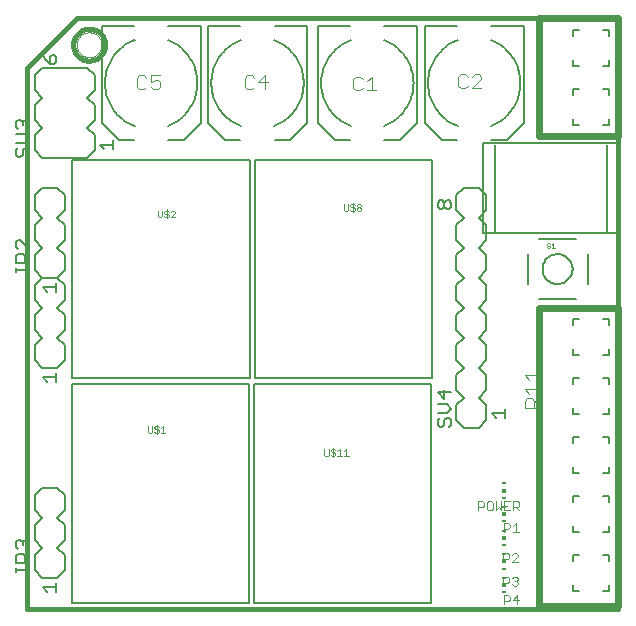
<source format=gto>
G75*
%MOIN*%
%OFA0B0*%
%FSLAX24Y24*%
%IPPOS*%
%LPD*%
%AMOC8*
5,1,8,0,0,1.08239X$1,22.5*
%
%ADD10C,0.0160*%
%ADD11C,0.0240*%
%ADD12C,0.0000*%
%ADD13C,0.0060*%
%ADD14R,0.0118X0.0059*%
%ADD15R,0.0118X0.0118*%
%ADD16C,0.0030*%
%ADD17C,0.0080*%
%ADD18C,0.0020*%
%ADD19C,0.0050*%
%ADD20C,0.0040*%
%ADD21C,0.0010*%
D10*
X002027Y000180D02*
X021712Y000180D01*
X021712Y019865D01*
X003681Y019865D01*
X002027Y018211D01*
X002027Y000180D01*
X004390Y000180D02*
X016201Y000180D01*
X003563Y018979D02*
X003565Y019025D01*
X003571Y019070D01*
X003581Y019115D01*
X003594Y019158D01*
X003611Y019201D01*
X003632Y019241D01*
X003656Y019280D01*
X003684Y019316D01*
X003715Y019350D01*
X003748Y019382D01*
X003784Y019410D01*
X003822Y019435D01*
X003862Y019457D01*
X003904Y019475D01*
X003947Y019489D01*
X003992Y019500D01*
X004037Y019507D01*
X004083Y019510D01*
X004128Y019509D01*
X004174Y019504D01*
X004219Y019495D01*
X004262Y019483D01*
X004305Y019466D01*
X004346Y019446D01*
X004385Y019423D01*
X004423Y019396D01*
X004457Y019366D01*
X004489Y019334D01*
X004518Y019298D01*
X004544Y019261D01*
X004567Y019221D01*
X004586Y019180D01*
X004601Y019137D01*
X004613Y019092D01*
X004621Y019047D01*
X004625Y019002D01*
X004625Y018956D01*
X004621Y018911D01*
X004613Y018866D01*
X004601Y018821D01*
X004586Y018778D01*
X004567Y018737D01*
X004544Y018697D01*
X004518Y018660D01*
X004489Y018624D01*
X004457Y018592D01*
X004423Y018562D01*
X004385Y018535D01*
X004346Y018512D01*
X004305Y018492D01*
X004262Y018475D01*
X004219Y018463D01*
X004174Y018454D01*
X004128Y018449D01*
X004083Y018448D01*
X004037Y018451D01*
X003992Y018458D01*
X003947Y018469D01*
X003904Y018483D01*
X003862Y018501D01*
X003822Y018523D01*
X003784Y018548D01*
X003748Y018576D01*
X003715Y018608D01*
X003684Y018642D01*
X003656Y018678D01*
X003632Y018717D01*
X003611Y018757D01*
X003594Y018800D01*
X003581Y018843D01*
X003571Y018888D01*
X003565Y018933D01*
X003563Y018979D01*
D11*
X019075Y019865D02*
X019075Y015928D01*
X021712Y015928D01*
X021712Y019865D01*
X019075Y019865D01*
X019075Y010219D02*
X021712Y010219D01*
X021712Y000278D01*
X019075Y000278D01*
X019075Y010219D01*
D12*
X003681Y018979D02*
X003683Y019019D01*
X003689Y019060D01*
X003699Y019099D01*
X003712Y019137D01*
X003730Y019174D01*
X003751Y019208D01*
X003775Y019241D01*
X003802Y019271D01*
X003832Y019298D01*
X003865Y019322D01*
X003899Y019343D01*
X003936Y019361D01*
X003974Y019374D01*
X004013Y019384D01*
X004054Y019390D01*
X004094Y019392D01*
X004134Y019390D01*
X004175Y019384D01*
X004214Y019374D01*
X004252Y019361D01*
X004289Y019343D01*
X004323Y019322D01*
X004356Y019298D01*
X004386Y019271D01*
X004413Y019241D01*
X004437Y019208D01*
X004458Y019174D01*
X004476Y019137D01*
X004489Y019099D01*
X004499Y019060D01*
X004505Y019019D01*
X004507Y018979D01*
X004505Y018939D01*
X004499Y018898D01*
X004489Y018859D01*
X004476Y018821D01*
X004458Y018784D01*
X004437Y018750D01*
X004413Y018717D01*
X004386Y018687D01*
X004356Y018660D01*
X004323Y018636D01*
X004289Y018615D01*
X004252Y018597D01*
X004214Y018584D01*
X004175Y018574D01*
X004134Y018568D01*
X004094Y018566D01*
X004054Y018568D01*
X004013Y018574D01*
X003974Y018584D01*
X003936Y018597D01*
X003899Y018615D01*
X003865Y018636D01*
X003832Y018660D01*
X003802Y018687D01*
X003775Y018717D01*
X003751Y018750D01*
X003730Y018784D01*
X003712Y018821D01*
X003699Y018859D01*
X003689Y018898D01*
X003683Y018939D01*
X003681Y018979D01*
D13*
X004027Y018215D02*
X004277Y017965D01*
X004277Y017465D01*
X004027Y017215D01*
X004277Y016965D01*
X004277Y016465D01*
X004027Y016215D01*
X004277Y015965D01*
X004277Y015465D01*
X004027Y015215D01*
X002527Y015215D01*
X002277Y015465D01*
X002277Y015965D01*
X002527Y016215D01*
X002277Y016465D01*
X002277Y016965D01*
X002527Y017215D01*
X002277Y017465D01*
X002277Y017965D01*
X002527Y018215D01*
X004027Y018215D01*
X003027Y014215D02*
X002527Y014215D01*
X002277Y013965D01*
X002277Y013465D01*
X002527Y013215D01*
X002277Y012965D01*
X002277Y012465D01*
X002527Y012215D01*
X002277Y011965D01*
X002277Y011465D01*
X002527Y011215D01*
X003027Y011215D01*
X003277Y011465D01*
X003277Y011965D01*
X003027Y012215D01*
X003277Y012465D01*
X003277Y012965D01*
X003027Y013215D01*
X003277Y013465D01*
X003277Y013965D01*
X003027Y014215D01*
X003027Y011215D02*
X002527Y011215D01*
X002277Y010965D01*
X002277Y010465D01*
X002527Y010215D01*
X002277Y009965D01*
X002277Y009465D01*
X002527Y009215D01*
X002277Y008965D01*
X002277Y008465D01*
X002527Y008215D01*
X003027Y008215D01*
X003277Y008465D01*
X003277Y008965D01*
X003027Y009215D01*
X003277Y009465D01*
X003277Y009965D01*
X003027Y010215D01*
X003277Y010465D01*
X003277Y010965D01*
X003027Y011215D01*
X003027Y004215D02*
X002527Y004215D01*
X002277Y003965D01*
X002277Y003465D01*
X002527Y003215D01*
X002277Y002965D01*
X002277Y002465D01*
X002527Y002215D01*
X002277Y001965D01*
X002277Y001465D01*
X002527Y001215D01*
X003027Y001215D01*
X003277Y001465D01*
X003277Y001965D01*
X003027Y002215D01*
X003277Y002465D01*
X003277Y002965D01*
X003027Y003215D01*
X003277Y003465D01*
X003277Y003965D01*
X003027Y004215D01*
X016331Y006465D02*
X016581Y006215D01*
X017081Y006215D01*
X017331Y006465D01*
X017331Y006965D01*
X017081Y007215D01*
X017331Y007465D01*
X017331Y007965D01*
X017081Y008215D01*
X017331Y008465D01*
X017331Y008965D01*
X017081Y009215D01*
X017331Y009465D01*
X017331Y009965D01*
X017081Y010215D01*
X017331Y010465D01*
X017331Y010965D01*
X017081Y011215D01*
X017331Y011465D01*
X017331Y011965D01*
X017081Y012215D01*
X017331Y012465D01*
X017331Y012965D01*
X017081Y013215D01*
X017331Y013465D01*
X017331Y013965D01*
X017081Y014215D01*
X016581Y014215D01*
X016331Y013965D01*
X016331Y013465D01*
X016581Y013215D01*
X016331Y012965D01*
X016331Y012465D01*
X016581Y012215D01*
X016331Y011965D01*
X016331Y011465D01*
X016581Y011215D01*
X016331Y010965D01*
X016331Y010465D01*
X016581Y010215D01*
X016331Y009965D01*
X016331Y009465D01*
X016581Y009215D01*
X016331Y008965D01*
X016331Y008465D01*
X016581Y008215D01*
X016331Y007965D01*
X016331Y007465D01*
X016581Y007215D01*
X016331Y006965D01*
X016331Y006465D01*
X020207Y006667D02*
X020207Y006867D01*
X020207Y006667D02*
X020407Y006667D01*
X020407Y005898D02*
X020207Y005898D01*
X020207Y005698D01*
X020207Y004898D02*
X020207Y004698D01*
X020407Y004698D01*
X020407Y003930D02*
X020207Y003930D01*
X020207Y003730D01*
X020207Y002930D02*
X020207Y002730D01*
X020407Y002730D01*
X020407Y001961D02*
X020207Y001961D01*
X020207Y001761D01*
X020207Y000961D02*
X020207Y000761D01*
X020407Y000761D01*
X021207Y000761D02*
X021407Y000761D01*
X021407Y000961D01*
X021407Y001761D02*
X021407Y001961D01*
X021207Y001961D01*
X021207Y002730D02*
X021407Y002730D01*
X021407Y002930D01*
X021407Y003730D02*
X021407Y003930D01*
X021207Y003930D01*
X021207Y004698D02*
X021407Y004698D01*
X021407Y004898D01*
X021407Y005698D02*
X021407Y005898D01*
X021207Y005898D01*
X021207Y006667D02*
X021407Y006667D01*
X021407Y006867D01*
X021407Y007667D02*
X021407Y007867D01*
X021207Y007867D01*
X021207Y008635D02*
X021407Y008635D01*
X021407Y008835D01*
X021407Y009635D02*
X021407Y009835D01*
X021207Y009835D01*
X020407Y009835D02*
X020207Y009835D01*
X020207Y009635D01*
X020207Y008835D02*
X020207Y008635D01*
X020407Y008635D01*
X020407Y007867D02*
X020207Y007867D01*
X020207Y007667D01*
X020207Y016312D02*
X020207Y016512D01*
X020207Y016312D02*
X020407Y016312D01*
X021207Y016312D02*
X021407Y016312D01*
X021407Y016512D01*
X021407Y017312D02*
X021407Y017512D01*
X021207Y017512D01*
X021207Y018281D02*
X021407Y018281D01*
X021407Y018481D01*
X021407Y019281D02*
X021407Y019481D01*
X021207Y019481D01*
X020407Y019481D02*
X020207Y019481D01*
X020207Y019281D01*
X020207Y018481D02*
X020207Y018281D01*
X020407Y018281D01*
X020407Y017512D02*
X020207Y017512D01*
X020207Y017312D01*
D14*
X017913Y004353D03*
X017913Y003881D03*
X017913Y003566D03*
X017913Y003093D03*
X017913Y002778D03*
X017913Y002306D03*
X017913Y001991D03*
X017913Y001519D03*
X017913Y001204D03*
X017913Y000731D03*
D15*
X017913Y000967D03*
X017913Y001755D03*
X017913Y002542D03*
X017913Y003330D03*
X017913Y004117D03*
D16*
X017937Y003760D02*
X017937Y003469D01*
X018131Y003469D01*
X018232Y003469D02*
X018232Y003760D01*
X018377Y003760D01*
X018426Y003711D01*
X018426Y003615D01*
X018377Y003566D01*
X018232Y003566D01*
X018329Y003566D02*
X018426Y003469D01*
X018131Y003760D02*
X017937Y003760D01*
X017836Y003760D02*
X017836Y003469D01*
X017740Y003566D01*
X017643Y003469D01*
X017643Y003760D01*
X017542Y003711D02*
X017493Y003760D01*
X017396Y003760D01*
X017348Y003711D01*
X017348Y003518D01*
X017396Y003469D01*
X017493Y003469D01*
X017542Y003518D01*
X017542Y003711D01*
X017937Y003615D02*
X018034Y003615D01*
X018063Y003031D02*
X017918Y003031D01*
X017918Y002741D01*
X017918Y002838D02*
X018063Y002838D01*
X018111Y002886D01*
X018111Y002983D01*
X018063Y003031D01*
X018212Y002935D02*
X018309Y003031D01*
X018309Y002741D01*
X018212Y002741D02*
X018406Y002741D01*
X018338Y002027D02*
X018241Y002027D01*
X018193Y001979D01*
X018092Y001979D02*
X018043Y002027D01*
X017898Y002027D01*
X017898Y001737D01*
X017898Y001834D02*
X018043Y001834D01*
X018092Y001882D01*
X018092Y001979D01*
X018338Y002027D02*
X018386Y001979D01*
X018386Y001931D01*
X018193Y001737D01*
X018386Y001737D01*
X018338Y001240D02*
X018386Y001192D01*
X018386Y001143D01*
X018338Y001095D01*
X018386Y001047D01*
X018386Y000998D01*
X018338Y000950D01*
X018241Y000950D01*
X018193Y000998D01*
X018289Y001095D02*
X018338Y001095D01*
X018338Y001240D02*
X018241Y001240D01*
X018193Y001192D01*
X018092Y001192D02*
X018043Y001240D01*
X017898Y001240D01*
X017898Y000950D01*
X017898Y001047D02*
X018043Y001047D01*
X018092Y001095D01*
X018092Y001192D01*
X018063Y000630D02*
X017918Y000630D01*
X017918Y000340D01*
X017918Y000436D02*
X018063Y000436D01*
X018111Y000485D01*
X018111Y000581D01*
X018063Y000630D01*
X018212Y000485D02*
X018406Y000485D01*
X018357Y000630D02*
X018212Y000485D01*
X018357Y000340D02*
X018357Y000630D01*
X017053Y003469D02*
X017053Y003760D01*
X017199Y003760D01*
X017247Y003711D01*
X017247Y003615D01*
X017199Y003566D01*
X017053Y003566D01*
D17*
X015500Y000381D02*
X009594Y000381D01*
X009594Y007664D01*
X015500Y007664D01*
X015500Y000381D01*
X009417Y000381D02*
X003512Y000381D01*
X003512Y007664D01*
X009417Y007664D01*
X009417Y000381D01*
X009441Y007853D02*
X003535Y007853D01*
X003535Y015137D01*
X009441Y015137D01*
X009441Y007853D01*
X009618Y007853D02*
X009618Y015137D01*
X015524Y015137D01*
X015524Y007853D01*
X009618Y007853D01*
X009134Y015790D02*
X008622Y015790D01*
X008051Y016361D01*
X008051Y019609D01*
X009134Y019609D01*
X010275Y019609D02*
X011358Y019609D01*
X011358Y016361D01*
X010787Y015790D01*
X010275Y015790D01*
X011712Y016361D02*
X012283Y015790D01*
X012795Y015790D01*
X013937Y015790D02*
X014449Y015790D01*
X015020Y016361D01*
X015020Y019609D01*
X013937Y019609D01*
X012795Y019609D02*
X011712Y019609D01*
X011712Y016361D01*
X012815Y016263D02*
X012743Y016293D01*
X012674Y016326D01*
X012606Y016362D01*
X012539Y016402D01*
X012475Y016445D01*
X012413Y016491D01*
X012354Y016541D01*
X012297Y016593D01*
X012243Y016648D01*
X012192Y016705D01*
X012143Y016766D01*
X012098Y016828D01*
X012056Y016893D01*
X012017Y016960D01*
X011981Y017028D01*
X011949Y017099D01*
X011921Y017170D01*
X011896Y017244D01*
X011875Y017318D01*
X011858Y017393D01*
X011844Y017469D01*
X011835Y017546D01*
X011829Y017623D01*
X011827Y017700D01*
X011829Y017777D01*
X011835Y017854D01*
X011844Y017931D01*
X011858Y018007D01*
X011875Y018082D01*
X011896Y018156D01*
X011921Y018230D01*
X011949Y018301D01*
X011981Y018372D01*
X012017Y018440D01*
X012056Y018507D01*
X012098Y018572D01*
X012143Y018634D01*
X012192Y018695D01*
X012243Y018752D01*
X012297Y018807D01*
X012354Y018859D01*
X012413Y018909D01*
X012475Y018955D01*
X012539Y018998D01*
X012606Y019038D01*
X012674Y019074D01*
X012743Y019107D01*
X012815Y019137D01*
X013917Y019137D02*
X013989Y019107D01*
X014058Y019074D01*
X014126Y019038D01*
X014193Y018998D01*
X014257Y018955D01*
X014319Y018909D01*
X014378Y018859D01*
X014435Y018807D01*
X014489Y018752D01*
X014540Y018695D01*
X014589Y018634D01*
X014634Y018572D01*
X014676Y018507D01*
X014715Y018440D01*
X014751Y018372D01*
X014783Y018301D01*
X014811Y018230D01*
X014836Y018156D01*
X014857Y018082D01*
X014874Y018007D01*
X014888Y017931D01*
X014897Y017854D01*
X014903Y017777D01*
X014905Y017700D01*
X014903Y017623D01*
X014897Y017546D01*
X014888Y017469D01*
X014874Y017393D01*
X014857Y017318D01*
X014836Y017244D01*
X014811Y017170D01*
X014783Y017099D01*
X014751Y017028D01*
X014715Y016960D01*
X014676Y016893D01*
X014634Y016828D01*
X014589Y016766D01*
X014540Y016705D01*
X014489Y016648D01*
X014435Y016593D01*
X014378Y016541D01*
X014319Y016491D01*
X014257Y016445D01*
X014193Y016402D01*
X014126Y016362D01*
X014058Y016326D01*
X013989Y016293D01*
X013917Y016263D01*
X015275Y016361D02*
X015846Y015790D01*
X016358Y015790D01*
X015275Y016361D02*
X015275Y019609D01*
X016358Y019609D01*
X017500Y019609D02*
X018583Y019609D01*
X018583Y016361D01*
X018012Y015790D01*
X017500Y015790D01*
X016378Y016263D02*
X016306Y016293D01*
X016237Y016326D01*
X016169Y016362D01*
X016102Y016402D01*
X016038Y016445D01*
X015976Y016491D01*
X015917Y016541D01*
X015860Y016593D01*
X015806Y016648D01*
X015755Y016705D01*
X015706Y016766D01*
X015661Y016828D01*
X015619Y016893D01*
X015580Y016960D01*
X015544Y017028D01*
X015512Y017099D01*
X015484Y017170D01*
X015459Y017244D01*
X015438Y017318D01*
X015421Y017393D01*
X015407Y017469D01*
X015398Y017546D01*
X015392Y017623D01*
X015390Y017700D01*
X015392Y017777D01*
X015398Y017854D01*
X015407Y017931D01*
X015421Y018007D01*
X015438Y018082D01*
X015459Y018156D01*
X015484Y018230D01*
X015512Y018301D01*
X015544Y018372D01*
X015580Y018440D01*
X015619Y018507D01*
X015661Y018572D01*
X015706Y018634D01*
X015755Y018695D01*
X015806Y018752D01*
X015860Y018807D01*
X015917Y018859D01*
X015976Y018909D01*
X016038Y018955D01*
X016102Y018998D01*
X016169Y019038D01*
X016237Y019074D01*
X016306Y019107D01*
X016378Y019137D01*
X017480Y019137D02*
X017552Y019107D01*
X017621Y019074D01*
X017689Y019038D01*
X017756Y018998D01*
X017820Y018955D01*
X017882Y018909D01*
X017941Y018859D01*
X017998Y018807D01*
X018052Y018752D01*
X018103Y018695D01*
X018152Y018634D01*
X018197Y018572D01*
X018239Y018507D01*
X018278Y018440D01*
X018314Y018372D01*
X018346Y018301D01*
X018374Y018230D01*
X018399Y018156D01*
X018420Y018082D01*
X018437Y018007D01*
X018451Y017931D01*
X018460Y017854D01*
X018466Y017777D01*
X018468Y017700D01*
X018466Y017623D01*
X018460Y017546D01*
X018451Y017469D01*
X018437Y017393D01*
X018420Y017318D01*
X018399Y017244D01*
X018374Y017170D01*
X018346Y017099D01*
X018314Y017028D01*
X018278Y016960D01*
X018239Y016893D01*
X018197Y016828D01*
X018152Y016766D01*
X018103Y016705D01*
X018052Y016648D01*
X017998Y016593D01*
X017941Y016541D01*
X017882Y016491D01*
X017820Y016445D01*
X017756Y016402D01*
X017689Y016362D01*
X017621Y016326D01*
X017552Y016293D01*
X017480Y016263D01*
X019098Y012499D02*
X020311Y012499D01*
X020705Y011987D02*
X020705Y011011D01*
X020311Y010499D02*
X019098Y010499D01*
X018705Y011011D02*
X018705Y011999D01*
X019205Y011499D02*
X019207Y011543D01*
X019213Y011587D01*
X019223Y011630D01*
X019236Y011672D01*
X019253Y011713D01*
X019274Y011752D01*
X019298Y011789D01*
X019325Y011824D01*
X019355Y011856D01*
X019388Y011886D01*
X019424Y011912D01*
X019461Y011936D01*
X019501Y011955D01*
X019542Y011972D01*
X019585Y011984D01*
X019628Y011993D01*
X019672Y011998D01*
X019716Y011999D01*
X019760Y011996D01*
X019804Y011989D01*
X019847Y011978D01*
X019889Y011964D01*
X019929Y011946D01*
X019968Y011924D01*
X020004Y011900D01*
X020038Y011872D01*
X020070Y011841D01*
X020099Y011807D01*
X020125Y011771D01*
X020147Y011733D01*
X020166Y011693D01*
X020181Y011651D01*
X020193Y011609D01*
X020201Y011565D01*
X020205Y011521D01*
X020205Y011477D01*
X020201Y011433D01*
X020193Y011389D01*
X020181Y011347D01*
X020166Y011305D01*
X020147Y011265D01*
X020125Y011227D01*
X020099Y011191D01*
X020070Y011157D01*
X020038Y011126D01*
X020004Y011098D01*
X019968Y011074D01*
X019929Y011052D01*
X019889Y011034D01*
X019847Y011020D01*
X019804Y011009D01*
X019760Y011002D01*
X019716Y010999D01*
X019672Y011000D01*
X019628Y011005D01*
X019585Y011014D01*
X019542Y011026D01*
X019501Y011043D01*
X019461Y011062D01*
X019424Y011086D01*
X019388Y011112D01*
X019355Y011142D01*
X019325Y011174D01*
X019298Y011209D01*
X019274Y011246D01*
X019253Y011285D01*
X019236Y011326D01*
X019223Y011368D01*
X019213Y011411D01*
X019207Y011455D01*
X019205Y011499D01*
X009154Y016263D02*
X009082Y016293D01*
X009013Y016326D01*
X008945Y016362D01*
X008878Y016402D01*
X008814Y016445D01*
X008752Y016491D01*
X008693Y016541D01*
X008636Y016593D01*
X008582Y016648D01*
X008531Y016705D01*
X008482Y016766D01*
X008437Y016828D01*
X008395Y016893D01*
X008356Y016960D01*
X008320Y017028D01*
X008288Y017099D01*
X008260Y017170D01*
X008235Y017244D01*
X008214Y017318D01*
X008197Y017393D01*
X008183Y017469D01*
X008174Y017546D01*
X008168Y017623D01*
X008166Y017700D01*
X008168Y017777D01*
X008174Y017854D01*
X008183Y017931D01*
X008197Y018007D01*
X008214Y018082D01*
X008235Y018156D01*
X008260Y018230D01*
X008288Y018301D01*
X008320Y018372D01*
X008356Y018440D01*
X008395Y018507D01*
X008437Y018572D01*
X008482Y018634D01*
X008531Y018695D01*
X008582Y018752D01*
X008636Y018807D01*
X008693Y018859D01*
X008752Y018909D01*
X008814Y018955D01*
X008878Y018998D01*
X008945Y019038D01*
X009013Y019074D01*
X009082Y019107D01*
X009154Y019137D01*
X007815Y019609D02*
X006732Y019609D01*
X007815Y019609D02*
X007815Y016361D01*
X007244Y015790D01*
X006732Y015790D01*
X005590Y015790D02*
X005079Y015790D01*
X004508Y016361D01*
X004508Y019609D01*
X005590Y019609D01*
X006712Y019137D02*
X006784Y019107D01*
X006853Y019074D01*
X006921Y019038D01*
X006988Y018998D01*
X007052Y018955D01*
X007114Y018909D01*
X007173Y018859D01*
X007230Y018807D01*
X007284Y018752D01*
X007335Y018695D01*
X007384Y018634D01*
X007429Y018572D01*
X007471Y018507D01*
X007510Y018440D01*
X007546Y018372D01*
X007578Y018301D01*
X007606Y018230D01*
X007631Y018156D01*
X007652Y018082D01*
X007669Y018007D01*
X007683Y017931D01*
X007692Y017854D01*
X007698Y017777D01*
X007700Y017700D01*
X007698Y017623D01*
X007692Y017546D01*
X007683Y017469D01*
X007669Y017393D01*
X007652Y017318D01*
X007631Y017244D01*
X007606Y017170D01*
X007578Y017099D01*
X007546Y017028D01*
X007510Y016960D01*
X007471Y016893D01*
X007429Y016828D01*
X007384Y016766D01*
X007335Y016705D01*
X007284Y016648D01*
X007230Y016593D01*
X007173Y016541D01*
X007114Y016491D01*
X007052Y016445D01*
X006988Y016402D01*
X006921Y016362D01*
X006853Y016326D01*
X006784Y016293D01*
X006712Y016263D01*
X005610Y016263D02*
X005538Y016293D01*
X005469Y016326D01*
X005401Y016362D01*
X005334Y016402D01*
X005270Y016445D01*
X005208Y016491D01*
X005149Y016541D01*
X005092Y016593D01*
X005038Y016648D01*
X004987Y016705D01*
X004938Y016766D01*
X004893Y016828D01*
X004851Y016893D01*
X004812Y016960D01*
X004776Y017028D01*
X004744Y017099D01*
X004716Y017170D01*
X004691Y017244D01*
X004670Y017318D01*
X004653Y017393D01*
X004639Y017469D01*
X004630Y017546D01*
X004624Y017623D01*
X004622Y017700D01*
X004624Y017777D01*
X004630Y017854D01*
X004639Y017931D01*
X004653Y018007D01*
X004670Y018082D01*
X004691Y018156D01*
X004716Y018230D01*
X004744Y018301D01*
X004776Y018372D01*
X004812Y018440D01*
X004851Y018507D01*
X004893Y018572D01*
X004938Y018634D01*
X004987Y018695D01*
X005038Y018752D01*
X005092Y018807D01*
X005149Y018859D01*
X005208Y018909D01*
X005270Y018955D01*
X005334Y018998D01*
X005401Y019038D01*
X005469Y019074D01*
X005538Y019107D01*
X005610Y019137D01*
X010256Y019137D02*
X010328Y019107D01*
X010397Y019074D01*
X010465Y019038D01*
X010532Y018998D01*
X010596Y018955D01*
X010658Y018909D01*
X010717Y018859D01*
X010774Y018807D01*
X010828Y018752D01*
X010879Y018695D01*
X010928Y018634D01*
X010973Y018572D01*
X011015Y018507D01*
X011054Y018440D01*
X011090Y018372D01*
X011122Y018301D01*
X011150Y018230D01*
X011175Y018156D01*
X011196Y018082D01*
X011213Y018007D01*
X011227Y017931D01*
X011236Y017854D01*
X011242Y017777D01*
X011244Y017700D01*
X011242Y017623D01*
X011236Y017546D01*
X011227Y017469D01*
X011213Y017393D01*
X011196Y017318D01*
X011175Y017244D01*
X011150Y017170D01*
X011122Y017099D01*
X011090Y017028D01*
X011054Y016960D01*
X011015Y016893D01*
X010973Y016828D01*
X010928Y016766D01*
X010879Y016705D01*
X010828Y016648D01*
X010774Y016593D01*
X010717Y016541D01*
X010658Y016491D01*
X010596Y016445D01*
X010532Y016402D01*
X010465Y016362D01*
X010397Y016326D01*
X010328Y016293D01*
X010256Y016263D01*
D18*
X012581Y013666D02*
X012581Y013483D01*
X012617Y013446D01*
X012691Y013446D01*
X012728Y013483D01*
X012728Y013666D01*
X012802Y013629D02*
X012838Y013666D01*
X012912Y013666D01*
X012949Y013629D01*
X013023Y013629D02*
X013059Y013666D01*
X013133Y013666D01*
X013170Y013629D01*
X013170Y013593D01*
X013133Y013556D01*
X013059Y013556D01*
X013023Y013593D01*
X013023Y013629D01*
X013059Y013556D02*
X013023Y013519D01*
X013023Y013483D01*
X013059Y013446D01*
X013133Y013446D01*
X013170Y013483D01*
X013170Y013519D01*
X013133Y013556D01*
X012949Y013519D02*
X012912Y013556D01*
X012838Y013556D01*
X012802Y013593D01*
X012802Y013629D01*
X012875Y013703D02*
X012875Y013409D01*
X012838Y013446D02*
X012912Y013446D01*
X012949Y013483D01*
X012949Y013519D01*
X012838Y013446D02*
X012802Y013483D01*
X006969Y013413D02*
X006932Y013450D01*
X006859Y013450D01*
X006822Y013413D01*
X006748Y013413D02*
X006711Y013450D01*
X006638Y013450D01*
X006601Y013413D01*
X006601Y013376D01*
X006638Y013339D01*
X006711Y013339D01*
X006748Y013303D01*
X006748Y013266D01*
X006711Y013229D01*
X006638Y013229D01*
X006601Y013266D01*
X006527Y013266D02*
X006490Y013229D01*
X006417Y013229D01*
X006380Y013266D01*
X006380Y013450D01*
X006527Y013450D02*
X006527Y013266D01*
X006674Y013193D02*
X006674Y013486D01*
X006822Y013229D02*
X006969Y013376D01*
X006969Y013413D01*
X006969Y013229D02*
X006822Y013229D01*
X006342Y006301D02*
X006342Y006008D01*
X006305Y006044D02*
X006379Y006044D01*
X006416Y006081D01*
X006416Y006118D01*
X006379Y006155D01*
X006305Y006155D01*
X006269Y006191D01*
X006269Y006228D01*
X006305Y006265D01*
X006379Y006265D01*
X006416Y006228D01*
X006490Y006191D02*
X006563Y006265D01*
X006563Y006044D01*
X006490Y006044D02*
X006636Y006044D01*
X006305Y006044D02*
X006269Y006081D01*
X006195Y006081D02*
X006195Y006265D01*
X006048Y006265D02*
X006048Y006081D01*
X006084Y006044D01*
X006158Y006044D01*
X006195Y006081D01*
X011929Y005497D02*
X011929Y005313D01*
X011966Y005277D01*
X012039Y005277D01*
X012076Y005313D01*
X012076Y005497D01*
X012150Y005460D02*
X012187Y005497D01*
X012260Y005497D01*
X012297Y005460D01*
X012260Y005387D02*
X012187Y005387D01*
X012150Y005424D01*
X012150Y005460D01*
X012223Y005534D02*
X012223Y005240D01*
X012187Y005277D02*
X012260Y005277D01*
X012297Y005313D01*
X012297Y005350D01*
X012260Y005387D01*
X012371Y005424D02*
X012444Y005497D01*
X012444Y005277D01*
X012371Y005277D02*
X012518Y005277D01*
X012592Y005277D02*
X012739Y005277D01*
X012665Y005277D02*
X012665Y005497D01*
X012592Y005424D01*
X012187Y005277D02*
X012150Y005313D01*
D19*
X001652Y001541D02*
X001652Y001391D01*
X001652Y001466D02*
X002027Y001466D01*
X002102Y001391D01*
X002102Y001315D01*
X002027Y001240D01*
X001952Y001701D02*
X001952Y001926D01*
X001877Y002001D01*
X001727Y002001D01*
X001652Y001926D01*
X001652Y001701D01*
X002102Y001701D01*
X002027Y002161D02*
X002102Y002236D01*
X002102Y002386D01*
X002027Y002461D01*
X001952Y002461D01*
X001877Y002386D01*
X001877Y002311D01*
X001877Y002386D02*
X001802Y002461D01*
X001727Y002461D01*
X001652Y002386D01*
X001652Y002236D01*
X001727Y002161D01*
X002552Y000891D02*
X003002Y000891D01*
X003002Y001041D02*
X003002Y000740D01*
X002702Y000740D02*
X002552Y000891D01*
X002702Y007740D02*
X002552Y007891D01*
X003002Y007891D01*
X003002Y008041D02*
X003002Y007740D01*
X003002Y010740D02*
X003002Y011041D01*
X003002Y010891D02*
X002552Y010891D01*
X002702Y010740D01*
X002102Y011315D02*
X002102Y011391D01*
X002027Y011466D01*
X001652Y011466D01*
X001652Y011391D02*
X001652Y011541D01*
X001652Y011701D02*
X001652Y011926D01*
X001727Y012001D01*
X001877Y012001D01*
X001952Y011926D01*
X001952Y011701D01*
X002102Y011701D02*
X001652Y011701D01*
X001727Y012161D02*
X001652Y012236D01*
X001652Y012386D01*
X001727Y012461D01*
X001802Y012461D01*
X002102Y012161D01*
X002102Y012461D01*
X002102Y011315D02*
X002027Y011240D01*
X002027Y015240D02*
X002102Y015315D01*
X002102Y015466D01*
X002027Y015541D01*
X001952Y015541D01*
X001877Y015466D01*
X001877Y015315D01*
X001802Y015240D01*
X001727Y015240D01*
X001652Y015315D01*
X001652Y015466D01*
X001727Y015541D01*
X001652Y015701D02*
X001952Y015701D01*
X002102Y015851D01*
X001952Y016001D01*
X001652Y016001D01*
X001727Y016161D02*
X001652Y016236D01*
X001652Y016386D01*
X001727Y016461D01*
X001802Y016461D01*
X001877Y016386D01*
X001952Y016461D01*
X002027Y016461D01*
X002102Y016386D01*
X002102Y016236D01*
X002027Y016161D01*
X001877Y016311D02*
X001877Y016386D01*
X002777Y018340D02*
X002777Y018566D01*
X002852Y018641D01*
X002927Y018641D01*
X003002Y018566D01*
X003002Y018415D01*
X002927Y018340D01*
X002777Y018340D01*
X002627Y018491D01*
X002552Y018641D01*
X004902Y015791D02*
X004902Y015490D01*
X004902Y015641D02*
X004452Y015641D01*
X004602Y015490D01*
X015705Y013716D02*
X015705Y013565D01*
X015780Y013490D01*
X015855Y013490D01*
X015930Y013565D01*
X015930Y013716D01*
X016005Y013791D01*
X016081Y013791D01*
X016156Y013716D01*
X016156Y013565D01*
X016081Y013490D01*
X016005Y013490D01*
X015930Y013565D01*
X015930Y013716D02*
X015855Y013791D01*
X015780Y013791D01*
X015705Y013716D01*
X017224Y012700D02*
X017224Y015692D01*
X021752Y015692D01*
X021752Y012700D01*
X021358Y012700D01*
X021358Y015652D01*
X021358Y012700D02*
X017618Y012700D01*
X017618Y015652D01*
X017618Y012700D02*
X017224Y012700D01*
X015930Y007461D02*
X015930Y007161D01*
X015705Y007386D01*
X016156Y007386D01*
X016005Y007001D02*
X015705Y007001D01*
X015705Y006701D02*
X016005Y006701D01*
X016156Y006851D01*
X016005Y007001D01*
X016005Y006541D02*
X016081Y006541D01*
X016156Y006466D01*
X016156Y006315D01*
X016081Y006240D01*
X015930Y006315D02*
X015930Y006466D01*
X016005Y006541D01*
X015780Y006541D02*
X015705Y006466D01*
X015705Y006315D01*
X015780Y006240D01*
X015855Y006240D01*
X015930Y006315D01*
X017505Y006691D02*
X017655Y006540D01*
X017505Y006691D02*
X017956Y006691D01*
X017956Y006841D02*
X017956Y006540D01*
D20*
X018610Y006884D02*
X018610Y007114D01*
X018687Y007191D01*
X018840Y007191D01*
X018917Y007114D01*
X018917Y006884D01*
X018917Y007037D02*
X019070Y007191D01*
X019070Y007344D02*
X019070Y007651D01*
X019070Y007498D02*
X018610Y007498D01*
X018764Y007344D01*
X018764Y007805D02*
X018610Y007958D01*
X019070Y007958D01*
X019070Y007805D02*
X019070Y008111D01*
X019070Y006884D02*
X018610Y006884D01*
X013665Y017456D02*
X013358Y017456D01*
X013512Y017456D02*
X013512Y017916D01*
X013358Y017763D01*
X013205Y017840D02*
X013128Y017916D01*
X012975Y017916D01*
X012898Y017840D01*
X012898Y017533D01*
X012975Y017456D01*
X013128Y017456D01*
X013205Y017533D01*
X010043Y017725D02*
X009736Y017725D01*
X009966Y017956D01*
X009966Y017495D01*
X009583Y017572D02*
X009506Y017495D01*
X009353Y017495D01*
X009276Y017572D01*
X009276Y017879D01*
X009353Y017956D01*
X009506Y017956D01*
X009583Y017879D01*
X006460Y017956D02*
X006154Y017956D01*
X006154Y017725D01*
X006307Y017802D01*
X006384Y017802D01*
X006460Y017725D01*
X006460Y017572D01*
X006384Y017495D01*
X006230Y017495D01*
X006154Y017572D01*
X006000Y017572D02*
X005923Y017495D01*
X005770Y017495D01*
X005693Y017572D01*
X005693Y017879D01*
X005770Y017956D01*
X005923Y017956D01*
X006000Y017879D01*
X016402Y017918D02*
X016402Y017611D01*
X016479Y017535D01*
X016632Y017535D01*
X016709Y017611D01*
X016862Y017535D02*
X017169Y017842D01*
X017169Y017918D01*
X017092Y017995D01*
X016939Y017995D01*
X016862Y017918D01*
X016709Y017918D02*
X016632Y017995D01*
X016479Y017995D01*
X016402Y017918D01*
X016862Y017535D02*
X017169Y017535D01*
D21*
X019385Y012354D02*
X019360Y012329D01*
X019360Y012304D01*
X019385Y012279D01*
X019435Y012279D01*
X019460Y012254D01*
X019460Y012229D01*
X019435Y012204D01*
X019385Y012204D01*
X019360Y012229D01*
X019385Y012354D02*
X019435Y012354D01*
X019460Y012329D01*
X019507Y012304D02*
X019557Y012354D01*
X019557Y012204D01*
X019507Y012204D02*
X019607Y012204D01*
M02*

</source>
